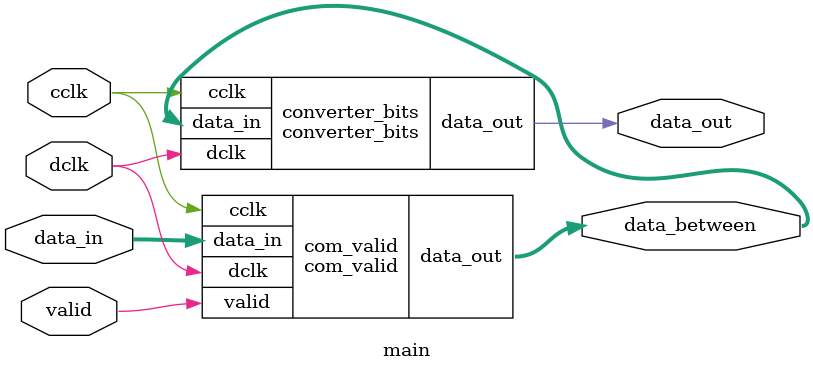
<source format=v>
/* Generated by Yosys 0.7 (git sha1 61f6811, gcc 6.2.0-11ubuntu1 -O2 -fdebug-prefix-map=/build/yosys-OIL3SR/yosys-0.7=. -fstack-protector-strong -fPIC -Os) */

(* src = "com.v:1" *)
module com_valid(cclk, dclk, valid, data_in, data_out);
  (* src = "com.v:13" *)
  wire [7:0] _00_;
  wire _01_;
  wire _02_;
  wire _03_;
  wire _04_;
  wire _05_;
  wire _06_;
  wire _07_;
  wire _08_;
  wire _09_;
  wire _10_;
  wire _11_;
  wire _12_;
  wire _13_;
  wire _14_;
  wire _15_;
  wire _16_;
  wire _17_;
  wire _18_;
  wire _19_;
  wire _20_;
  wire _21_;
  wire _22_;
  wire _23_;
  wire _24_;
  wire _25_;
  wire _26_;
  (* src = "com.v:2" *)
  input cclk;
  (* src = "com.v:5" *)
  input [7:0] data_in;
  (* src = "com.v:6" *)
  output [7:0] data_out;
  (* src = "com.v:3" *)
  input dclk;
  (* src = "com.v:4" *)
  input valid;
  NOT _27_ (
    .A(_01_),
    .Y(_11_)
  );
  NOT _28_ (
    .A(_13_),
    .Y(_12_)
  );
  NOR _29_ (
    .A(_12_),
    .B(_11_),
    .Y(_19_)
  );
  NOT _30_ (
    .A(_22_),
    .Y(_14_)
  );
  NAND _31_ (
    .A(_14_),
    .B(_13_),
    .Y(_23_)
  );
  NOT _32_ (
    .A(_24_),
    .Y(_15_)
  );
  NAND _33_ (
    .A(_15_),
    .B(_13_),
    .Y(_25_)
  );
  NOT _34_ (
    .A(_26_),
    .Y(_16_)
  );
  NAND _35_ (
    .A(_16_),
    .B(_13_),
    .Y(_02_)
  );
  NOT _36_ (
    .A(_03_),
    .Y(_17_)
  );
  NAND _37_ (
    .A(_17_),
    .B(_13_),
    .Y(_04_)
  );
  NOT _38_ (
    .A(_05_),
    .Y(_18_)
  );
  NOR _39_ (
    .A(_18_),
    .B(_12_),
    .Y(_06_)
  );
  NOT _40_ (
    .A(_07_),
    .Y(_20_)
  );
  NAND _41_ (
    .A(_20_),
    .B(_13_),
    .Y(_08_)
  );
  NOT _42_ (
    .A(_09_),
    .Y(_21_)
  );
  NOR _43_ (
    .A(_21_),
    .B(_12_),
    .Y(_10_)
  );
  DFF _44_ (
    .C(cclk),
    .D(_00_[0]),
    .Q(data_out[0])
  );
  DFF _45_ (
    .C(cclk),
    .D(_00_[1]),
    .Q(data_out[1])
  );
  DFF _46_ (
    .C(cclk),
    .D(_00_[2]),
    .Q(data_out[2])
  );
  DFF _47_ (
    .C(cclk),
    .D(_00_[3]),
    .Q(data_out[3])
  );
  DFF _48_ (
    .C(cclk),
    .D(_00_[4]),
    .Q(data_out[4])
  );
  DFF _49_ (
    .C(cclk),
    .D(_00_[5]),
    .Q(data_out[5])
  );
  DFF _50_ (
    .C(cclk),
    .D(_00_[6]),
    .Q(data_out[6])
  );
  DFF _51_ (
    .C(cclk),
    .D(_00_[7]),
    .Q(data_out[7])
  );
  assign _01_ = data_in[1];
  assign _13_ = valid;
  assign _00_[1] = _19_;
  assign _22_ = data_in[2];
  assign _00_[2] = _23_;
  assign _24_ = data_in[3];
  assign _00_[3] = _25_;
  assign _26_ = data_in[4];
  assign _00_[4] = _02_;
  assign _03_ = data_in[5];
  assign _00_[5] = _04_;
  assign _05_ = data_in[6];
  assign _00_[6] = _06_;
  assign _07_ = data_in[7];
  assign _00_[7] = _08_;
  assign _09_ = data_in[0];
  assign _00_[0] = _10_;
endmodule

(* src = "8_to_1_bits.v:1" *)
module converter_bits(cclk, dclk, data_in, data_out);
  (* src = "8_to_1_bits.v:2" *)
  input cclk;
  (* src = "8_to_1_bits.v:4" *)
  input [7:0] data_in;
  (* src = "8_to_1_bits.v:5" *)
  output data_out;
  (* src = "8_to_1_bits.v:3" *)
  input dclk;
  DFF _0_ (
    .C(dclk),
    .D(data_in[7]),
    .Q(data_out)
  );
endmodule

(* top =  1  *)
(* src = "main.v:5" *)
module main(cclk, dclk, valid, data_in, data_between, data_out);
  (* src = "main.v:6" *)
  input cclk;
  (* src = "main.v:10" *)
  output [7:0] data_between;
  (* src = "main.v:9" *)
  input [7:0] data_in;
  (* src = "main.v:11" *)
  output data_out;
  (* src = "main.v:7" *)
  input dclk;
  (* src = "main.v:8" *)
  input valid;
  (* src = "main.v:15" *)
  com_valid com_valid (
    .cclk(cclk),
    .data_in(data_in),
    .data_out(data_between),
    .dclk(dclk),
    .valid(valid)
  );
  (* src = "main.v:23" *)
  converter_bits converter_bits (
    .cclk(cclk),
    .data_in(data_between),
    .data_out(data_out),
    .dclk(dclk)
  );
endmodule

</source>
